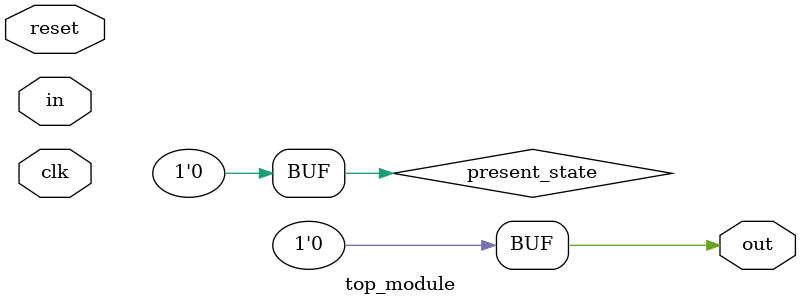
<source format=v>
module top_module(clk, reset, in, out);
    input clk;
    input reset;    // Synchronous reset to state B
    input in;
    output out;//  
    reg out;
    
    initial out = 0;

    // Fill in state name declarations
	parameter A=0,B=1;
    reg present_state, next_state;

    always @(*) begin    // This is a combinational always block
        // State transition logic
        next_state = present_state~^in;
    end

    always @(posedge clk) begin    // This is a sequential always block
        // State flip-flops with asynchronous reset
        if(reset)
            present_state <= B;
        else 
            present_state <= next_state;
    end

    // Output logic
    assign out = present_state;

endmodule

</source>
